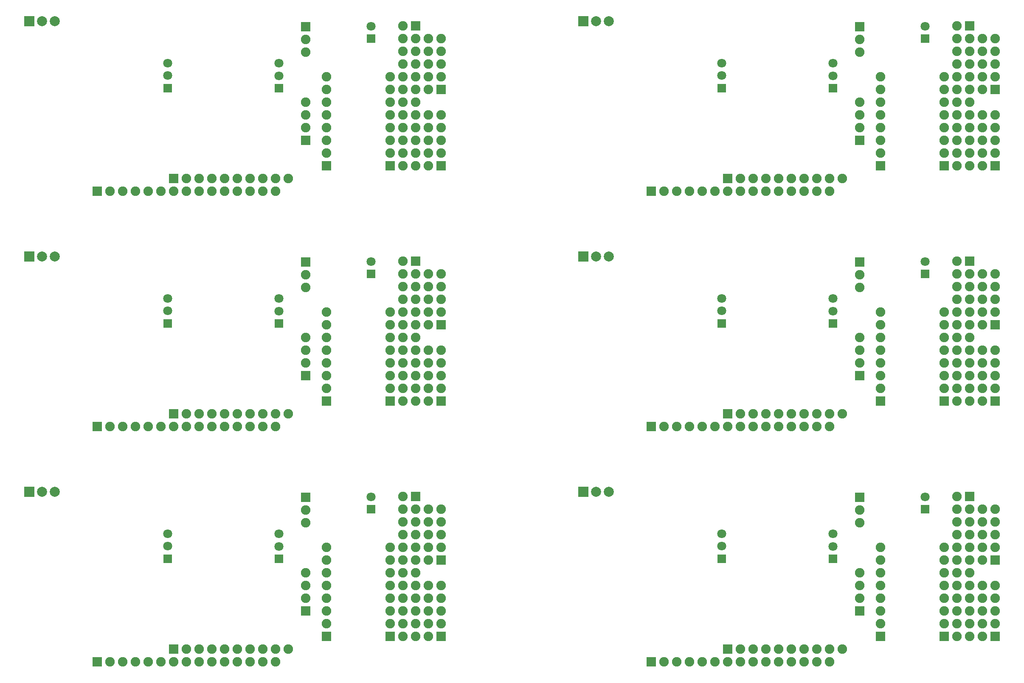
<source format=gbr>
G04 DipTrace 2.4.0.2*
%INBottomMask.gbr*%
%MOIN*%
%ADD31R,0.0709X0.0709*%
%ADD32C,0.0709*%
%ADD69C,0.0789*%
%ADD70R,0.0789X0.0789*%
%ADD71C,0.0749*%
%ADD73R,0.0749X0.0749*%
%FSLAX44Y44*%
G04*
G70*
G90*
G75*
G01*
%LNBotMask*%
%LPD*%
D73*
X38000Y14000D3*
D71*
X37000D3*
X38000Y13000D3*
X37000D3*
X38000Y12000D3*
X37000D3*
X38000Y11000D3*
X37000D3*
X38000Y10000D3*
X37000D3*
X38000Y9000D3*
X37000D3*
X38000Y8000D3*
X37000D3*
X38000Y7000D3*
X37000D3*
X38000Y6000D3*
X37000D3*
X38000Y5000D3*
X37000D3*
X38000Y4000D3*
X37000D3*
X38000Y3000D3*
X37000D3*
D73*
X19000Y2000D3*
D71*
X20000D3*
X21000D3*
X22000D3*
X23000D3*
X24000D3*
X25000D3*
X26000D3*
X27000D3*
X28000D3*
D73*
X40000Y3000D3*
D71*
X39000D3*
X40000Y4000D3*
X39000D3*
X40000Y5000D3*
X39000D3*
X40000Y6000D3*
X39000D3*
X40000Y7000D3*
X39000D3*
D73*
X40000Y9000D3*
D71*
X39000D3*
X40000Y10000D3*
X39000D3*
X40000Y11000D3*
X39000D3*
X40000Y12000D3*
X39000D3*
X40000Y13000D3*
X39000D3*
D70*
X7681Y14374D3*
D69*
X8681D3*
X9681D3*
D31*
X18549Y9116D3*
D32*
Y10100D3*
Y11084D3*
D31*
X27284Y9112D3*
D32*
Y10096D3*
Y11080D3*
D31*
X34500Y13008D3*
D32*
Y13992D3*
D73*
X29366Y13945D3*
D71*
Y12945D3*
Y11945D3*
D73*
X29378Y5001D3*
D71*
Y6001D3*
Y7001D3*
Y8001D3*
D73*
X36000Y3000D3*
D71*
Y4000D3*
Y5000D3*
Y6000D3*
Y7000D3*
Y8000D3*
Y9000D3*
Y10000D3*
D73*
X31000Y3000D3*
D71*
Y4000D3*
Y5000D3*
Y6000D3*
Y7000D3*
Y8000D3*
Y9000D3*
Y10000D3*
D73*
X13000Y1000D3*
D71*
X14000D3*
X15000D3*
X16000D3*
X17000D3*
X18000D3*
X19000D3*
X20000D3*
X21000D3*
X22000D3*
X23000D3*
X24000D3*
X25000D3*
X26000D3*
X27000D3*
D73*
X81500Y14000D3*
D71*
X80500D3*
X81500Y13000D3*
X80500D3*
X81500Y12000D3*
X80500D3*
X81500Y11000D3*
X80500D3*
X81500Y10000D3*
X80500D3*
X81500Y9000D3*
X80500D3*
X81500Y8000D3*
X80500D3*
X81500Y7000D3*
X80500D3*
X81500Y6000D3*
X80500D3*
X81500Y5000D3*
X80500D3*
X81500Y4000D3*
X80500D3*
X81500Y3000D3*
X80500D3*
D73*
X62500Y2000D3*
D71*
X63500D3*
X64500D3*
X65500D3*
X66500D3*
X67500D3*
X68500D3*
X69500D3*
X70500D3*
X71500D3*
D73*
X83500Y3000D3*
D71*
X82500D3*
X83500Y4000D3*
X82500D3*
X83500Y5000D3*
X82500D3*
X83500Y6000D3*
X82500D3*
X83500Y7000D3*
X82500D3*
D73*
X83500Y9000D3*
D71*
X82500D3*
X83500Y10000D3*
X82500D3*
X83500Y11000D3*
X82500D3*
X83500Y12000D3*
X82500D3*
X83500Y13000D3*
X82500D3*
D70*
X51181Y14374D3*
D69*
X52181D3*
X53181D3*
D31*
X62049Y9116D3*
D32*
Y10100D3*
Y11084D3*
D31*
X70784Y9112D3*
D32*
Y10096D3*
Y11080D3*
D31*
X78000Y13008D3*
D32*
Y13992D3*
D73*
X72866Y13945D3*
D71*
Y12945D3*
Y11945D3*
D73*
X72878Y5001D3*
D71*
Y6001D3*
Y7001D3*
Y8001D3*
D73*
X79500Y3000D3*
D71*
Y4000D3*
Y5000D3*
Y6000D3*
Y7000D3*
Y8000D3*
Y9000D3*
Y10000D3*
D73*
X74500Y3000D3*
D71*
Y4000D3*
Y5000D3*
Y6000D3*
Y7000D3*
Y8000D3*
Y9000D3*
Y10000D3*
D73*
X56500Y1000D3*
D71*
X57500D3*
X58500D3*
X59500D3*
X60500D3*
X61500D3*
X62500D3*
X63500D3*
X64500D3*
X65500D3*
X66500D3*
X67500D3*
X68500D3*
X69500D3*
X70500D3*
D73*
X38000Y32500D3*
D71*
X37000D3*
X38000Y31500D3*
X37000D3*
X38000Y30500D3*
X37000D3*
X38000Y29500D3*
X37000D3*
X38000Y28500D3*
X37000D3*
X38000Y27500D3*
X37000D3*
X38000Y26500D3*
X37000D3*
X38000Y25500D3*
X37000D3*
X38000Y24500D3*
X37000D3*
X38000Y23500D3*
X37000D3*
X38000Y22500D3*
X37000D3*
X38000Y21500D3*
X37000D3*
D73*
X19000Y20500D3*
D71*
X20000D3*
X21000D3*
X22000D3*
X23000D3*
X24000D3*
X25000D3*
X26000D3*
X27000D3*
X28000D3*
D73*
X40000Y21500D3*
D71*
X39000D3*
X40000Y22500D3*
X39000D3*
X40000Y23500D3*
X39000D3*
X40000Y24500D3*
X39000D3*
X40000Y25500D3*
X39000D3*
D73*
X40000Y27500D3*
D71*
X39000D3*
X40000Y28500D3*
X39000D3*
X40000Y29500D3*
X39000D3*
X40000Y30500D3*
X39000D3*
X40000Y31500D3*
X39000D3*
D70*
X7681Y32874D3*
D69*
X8681D3*
X9681D3*
D31*
X18549Y27616D3*
D32*
Y28600D3*
Y29584D3*
D31*
X27284Y27612D3*
D32*
Y28596D3*
Y29580D3*
D31*
X34500Y31508D3*
D32*
Y32492D3*
D73*
X29366Y32445D3*
D71*
Y31445D3*
Y30445D3*
D73*
X29378Y23501D3*
D71*
Y24501D3*
Y25501D3*
Y26501D3*
D73*
X36000Y21500D3*
D71*
Y22500D3*
Y23500D3*
Y24500D3*
Y25500D3*
Y26500D3*
Y27500D3*
Y28500D3*
D73*
X31000Y21500D3*
D71*
Y22500D3*
Y23500D3*
Y24500D3*
Y25500D3*
Y26500D3*
Y27500D3*
Y28500D3*
D73*
X13000Y19500D3*
D71*
X14000D3*
X15000D3*
X16000D3*
X17000D3*
X18000D3*
X19000D3*
X20000D3*
X21000D3*
X22000D3*
X23000D3*
X24000D3*
X25000D3*
X26000D3*
X27000D3*
D73*
X81500Y32500D3*
D71*
X80500D3*
X81500Y31500D3*
X80500D3*
X81500Y30500D3*
X80500D3*
X81500Y29500D3*
X80500D3*
X81500Y28500D3*
X80500D3*
X81500Y27500D3*
X80500D3*
X81500Y26500D3*
X80500D3*
X81500Y25500D3*
X80500D3*
X81500Y24500D3*
X80500D3*
X81500Y23500D3*
X80500D3*
X81500Y22500D3*
X80500D3*
X81500Y21500D3*
X80500D3*
D73*
X62500Y20500D3*
D71*
X63500D3*
X64500D3*
X65500D3*
X66500D3*
X67500D3*
X68500D3*
X69500D3*
X70500D3*
X71500D3*
D73*
X83500Y21500D3*
D71*
X82500D3*
X83500Y22500D3*
X82500D3*
X83500Y23500D3*
X82500D3*
X83500Y24500D3*
X82500D3*
X83500Y25500D3*
X82500D3*
D73*
X83500Y27500D3*
D71*
X82500D3*
X83500Y28500D3*
X82500D3*
X83500Y29500D3*
X82500D3*
X83500Y30500D3*
X82500D3*
X83500Y31500D3*
X82500D3*
D70*
X51181Y32874D3*
D69*
X52181D3*
X53181D3*
D31*
X62049Y27616D3*
D32*
Y28600D3*
Y29584D3*
D31*
X70784Y27612D3*
D32*
Y28596D3*
Y29580D3*
D31*
X78000Y31508D3*
D32*
Y32492D3*
D73*
X72866Y32445D3*
D71*
Y31445D3*
Y30445D3*
D73*
X72878Y23501D3*
D71*
Y24501D3*
Y25501D3*
Y26501D3*
D73*
X79500Y21500D3*
D71*
Y22500D3*
Y23500D3*
Y24500D3*
Y25500D3*
Y26500D3*
Y27500D3*
Y28500D3*
D73*
X74500Y21500D3*
D71*
Y22500D3*
Y23500D3*
Y24500D3*
Y25500D3*
Y26500D3*
Y27500D3*
Y28500D3*
D73*
X56500Y19500D3*
D71*
X57500D3*
X58500D3*
X59500D3*
X60500D3*
X61500D3*
X62500D3*
X63500D3*
X64500D3*
X65500D3*
X66500D3*
X67500D3*
X68500D3*
X69500D3*
X70500D3*
D73*
X38000Y51000D3*
D71*
X37000D3*
X38000Y50000D3*
X37000D3*
X38000Y49000D3*
X37000D3*
X38000Y48000D3*
X37000D3*
X38000Y47000D3*
X37000D3*
X38000Y46000D3*
X37000D3*
X38000Y45000D3*
X37000D3*
X38000Y44000D3*
X37000D3*
X38000Y43000D3*
X37000D3*
X38000Y42000D3*
X37000D3*
X38000Y41000D3*
X37000D3*
X38000Y40000D3*
X37000D3*
D73*
X19000Y39000D3*
D71*
X20000D3*
X21000D3*
X22000D3*
X23000D3*
X24000D3*
X25000D3*
X26000D3*
X27000D3*
X28000D3*
D73*
X40000Y40000D3*
D71*
X39000D3*
X40000Y41000D3*
X39000D3*
X40000Y42000D3*
X39000D3*
X40000Y43000D3*
X39000D3*
X40000Y44000D3*
X39000D3*
D73*
X40000Y46000D3*
D71*
X39000D3*
X40000Y47000D3*
X39000D3*
X40000Y48000D3*
X39000D3*
X40000Y49000D3*
X39000D3*
X40000Y50000D3*
X39000D3*
D70*
X7681Y51374D3*
D69*
X8681D3*
X9681D3*
D31*
X18549Y46116D3*
D32*
Y47100D3*
Y48084D3*
D31*
X27284Y46112D3*
D32*
Y47096D3*
Y48080D3*
D31*
X34500Y50008D3*
D32*
Y50992D3*
D73*
X29366Y50945D3*
D71*
Y49945D3*
Y48945D3*
D73*
X29378Y42001D3*
D71*
Y43001D3*
Y44001D3*
Y45001D3*
D73*
X36000Y40000D3*
D71*
Y41000D3*
Y42000D3*
Y43000D3*
Y44000D3*
Y45000D3*
Y46000D3*
Y47000D3*
D73*
X31000Y40000D3*
D71*
Y41000D3*
Y42000D3*
Y43000D3*
Y44000D3*
Y45000D3*
Y46000D3*
Y47000D3*
D73*
X13000Y38000D3*
D71*
X14000D3*
X15000D3*
X16000D3*
X17000D3*
X18000D3*
X19000D3*
X20000D3*
X21000D3*
X22000D3*
X23000D3*
X24000D3*
X25000D3*
X26000D3*
X27000D3*
D73*
X81500Y51000D3*
D71*
X80500D3*
X81500Y50000D3*
X80500D3*
X81500Y49000D3*
X80500D3*
X81500Y48000D3*
X80500D3*
X81500Y47000D3*
X80500D3*
X81500Y46000D3*
X80500D3*
X81500Y45000D3*
X80500D3*
X81500Y44000D3*
X80500D3*
X81500Y43000D3*
X80500D3*
X81500Y42000D3*
X80500D3*
X81500Y41000D3*
X80500D3*
X81500Y40000D3*
X80500D3*
D73*
X62500Y39000D3*
D71*
X63500D3*
X64500D3*
X65500D3*
X66500D3*
X67500D3*
X68500D3*
X69500D3*
X70500D3*
X71500D3*
D73*
X83500Y40000D3*
D71*
X82500D3*
X83500Y41000D3*
X82500D3*
X83500Y42000D3*
X82500D3*
X83500Y43000D3*
X82500D3*
X83500Y44000D3*
X82500D3*
D73*
X83500Y46000D3*
D71*
X82500D3*
X83500Y47000D3*
X82500D3*
X83500Y48000D3*
X82500D3*
X83500Y49000D3*
X82500D3*
X83500Y50000D3*
X82500D3*
D70*
X51181Y51374D3*
D69*
X52181D3*
X53181D3*
D31*
X62049Y46116D3*
D32*
Y47100D3*
Y48084D3*
D31*
X70784Y46112D3*
D32*
Y47096D3*
Y48080D3*
D31*
X78000Y50008D3*
D32*
Y50992D3*
D73*
X72866Y50945D3*
D71*
Y49945D3*
Y48945D3*
D73*
X72878Y42001D3*
D71*
Y43001D3*
Y44001D3*
Y45001D3*
D73*
X79500Y40000D3*
D71*
Y41000D3*
Y42000D3*
Y43000D3*
Y44000D3*
Y45000D3*
Y46000D3*
Y47000D3*
D73*
X74500Y40000D3*
D71*
Y41000D3*
Y42000D3*
Y43000D3*
Y44000D3*
Y45000D3*
Y46000D3*
Y47000D3*
D73*
X56500Y38000D3*
D71*
X57500D3*
X58500D3*
X59500D3*
X60500D3*
X61500D3*
X62500D3*
X63500D3*
X64500D3*
X65500D3*
X66500D3*
X67500D3*
X68500D3*
X69500D3*
X70500D3*
M02*

</source>
